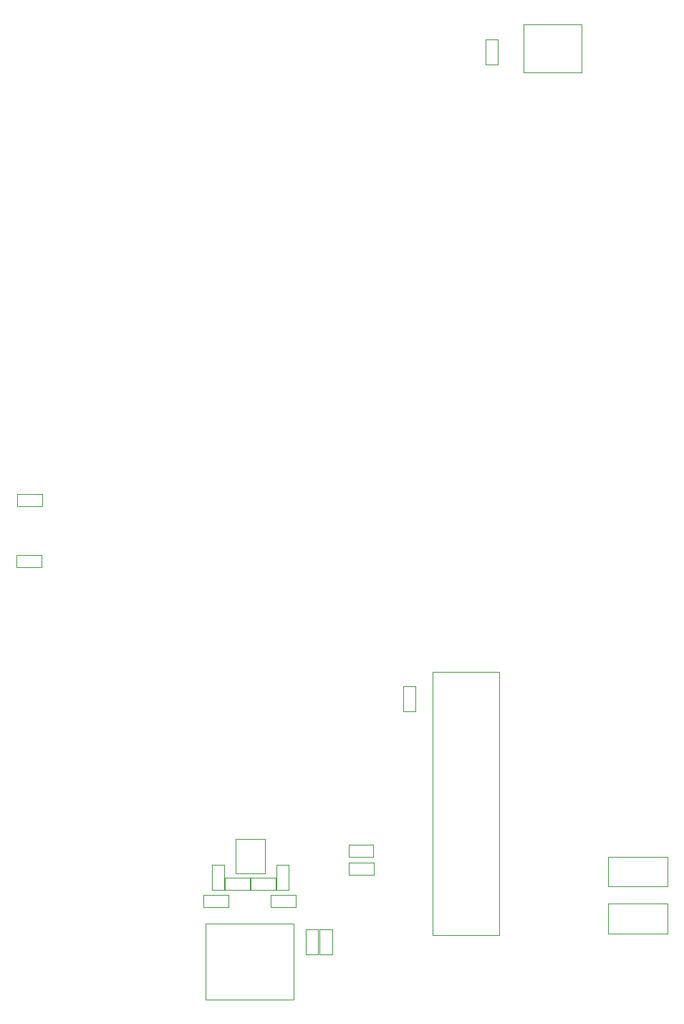
<source format=gbr>
G04 #@! TF.GenerationSoftware,KiCad,Pcbnew,(5.1.9)-1*
G04 #@! TF.CreationDate,2021-01-16T22:32:26-07:00*
G04 #@! TF.ProjectId,purplewizard-pogo,70757270-6c65-4776-997a-6172642d706f,1*
G04 #@! TF.SameCoordinates,Original*
G04 #@! TF.FileFunction,Other,User*
%FSLAX46Y46*%
G04 Gerber Fmt 4.6, Leading zero omitted, Abs format (unit mm)*
G04 Created by KiCad (PCBNEW (5.1.9)-1) date 2021-01-16 22:32:26*
%MOMM*%
%LPD*%
G01*
G04 APERTURE LIST*
%ADD10C,0.050000*%
G04 APERTURE END LIST*
D10*
X204665600Y-169533600D02*
X197665600Y-169533600D01*
X197665600Y-169533600D02*
X197665600Y-173033600D01*
X197665600Y-173033600D02*
X204665600Y-173033600D01*
X204665600Y-173033600D02*
X204665600Y-169533600D01*
X169925600Y-162543600D02*
X166965600Y-162543600D01*
X169925600Y-164003600D02*
X169925600Y-162543600D01*
X166965600Y-164003600D02*
X169925600Y-164003600D01*
X166965600Y-162543600D02*
X166965600Y-164003600D01*
X176885600Y-142153600D02*
X184785600Y-142153600D01*
X184785600Y-142153600D02*
X184785600Y-173253600D01*
X184785600Y-173253600D02*
X176885600Y-173253600D01*
X176885600Y-173253600D02*
X176885600Y-142153600D01*
X204665600Y-163993600D02*
X197665600Y-163993600D01*
X197665600Y-163993600D02*
X197665600Y-167493600D01*
X197665600Y-167493600D02*
X204665600Y-167493600D01*
X204665600Y-167493600D02*
X204665600Y-163993600D01*
X155322268Y-167923600D02*
X155322268Y-166463600D01*
X155322268Y-166463600D02*
X152362268Y-166463600D01*
X152362268Y-166463600D02*
X152362268Y-167923600D01*
X152362268Y-167923600D02*
X155322268Y-167923600D01*
X158348934Y-167913600D02*
X158348934Y-166453600D01*
X158348934Y-166453600D02*
X155388934Y-166453600D01*
X155388934Y-166453600D02*
X155388934Y-167913600D01*
X155388934Y-167913600D02*
X158348934Y-167913600D01*
X163355600Y-172523600D02*
X161895600Y-172523600D01*
X161895600Y-172523600D02*
X161895600Y-175483600D01*
X161895600Y-175483600D02*
X163355600Y-175483600D01*
X163355600Y-175483600D02*
X163355600Y-172523600D01*
X153625600Y-165953600D02*
X157125600Y-165953600D01*
X153625600Y-165953600D02*
X153625600Y-161853600D01*
X157125600Y-161853600D02*
X157125600Y-165953600D01*
X157125600Y-161853600D02*
X153625600Y-161853600D01*
X174905600Y-143813600D02*
X173445600Y-143813600D01*
X173445600Y-143813600D02*
X173445600Y-146773600D01*
X173445600Y-146773600D02*
X174905600Y-146773600D01*
X174905600Y-146773600D02*
X174905600Y-143813600D01*
X150835600Y-167923600D02*
X152295600Y-167923600D01*
X152295600Y-167923600D02*
X152295600Y-164963600D01*
X152295600Y-164963600D02*
X150835600Y-164963600D01*
X150835600Y-164963600D02*
X150835600Y-167923600D01*
X149825600Y-168463600D02*
X149825600Y-169923600D01*
X149825600Y-169923600D02*
X152785600Y-169923600D01*
X152785600Y-169923600D02*
X152785600Y-168463600D01*
X152785600Y-168463600D02*
X149825600Y-168463600D01*
X157755600Y-168463600D02*
X157755600Y-169923600D01*
X157755600Y-169923600D02*
X160715600Y-169923600D01*
X160715600Y-169923600D02*
X160715600Y-168463600D01*
X160715600Y-168463600D02*
X157755600Y-168463600D01*
X158415600Y-167913600D02*
X159875600Y-167913600D01*
X159875600Y-167913600D02*
X159875600Y-164953600D01*
X159875600Y-164953600D02*
X158415600Y-164953600D01*
X158415600Y-164953600D02*
X158415600Y-167913600D01*
X160485600Y-171913600D02*
X150045600Y-171913600D01*
X150045600Y-171913600D02*
X150045600Y-180823600D01*
X150045600Y-180823600D02*
X160485600Y-180823600D01*
X160485600Y-180823600D02*
X160485600Y-171913600D01*
X165025600Y-172523600D02*
X163565600Y-172523600D01*
X163565600Y-172523600D02*
X163565600Y-175483600D01*
X163565600Y-175483600D02*
X165025600Y-175483600D01*
X165025600Y-175483600D02*
X165025600Y-172523600D01*
X169975600Y-164693600D02*
X167015600Y-164693600D01*
X169975600Y-166153600D02*
X169975600Y-164693600D01*
X167015600Y-166153600D02*
X169975600Y-166153600D01*
X167015600Y-164693600D02*
X167015600Y-166153600D01*
X130685600Y-129823600D02*
X130685600Y-128363600D01*
X130685600Y-128363600D02*
X127725600Y-128363600D01*
X127725600Y-128363600D02*
X127725600Y-129823600D01*
X127725600Y-129823600D02*
X130685600Y-129823600D01*
X127805600Y-122603600D02*
X130765600Y-122603600D01*
X127805600Y-121143600D02*
X127805600Y-122603600D01*
X130765600Y-121143600D02*
X127805600Y-121143600D01*
X130765600Y-122603600D02*
X130765600Y-121143600D01*
X183195600Y-67473600D02*
X183195600Y-70433600D01*
X184655600Y-67473600D02*
X183195600Y-67473600D01*
X184655600Y-70433600D02*
X184655600Y-67473600D01*
X183195600Y-70433600D02*
X184655600Y-70433600D01*
X194545600Y-71383600D02*
X187645600Y-71383600D01*
X194545600Y-65733600D02*
X187645600Y-65733600D01*
X187645600Y-65733600D02*
X187645600Y-71383600D01*
X194545600Y-65733600D02*
X194545600Y-71383600D01*
M02*

</source>
